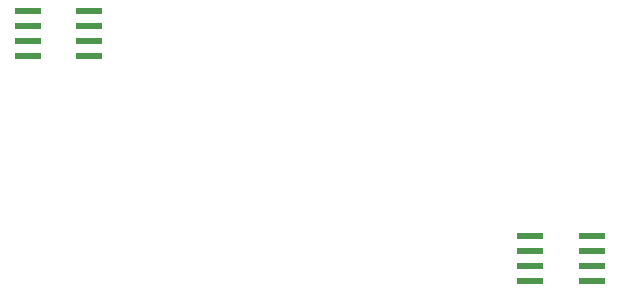
<source format=gbr>
G04 #@! TF.GenerationSoftware,KiCad,Pcbnew,(5.1.9-0-10_14)*
G04 #@! TF.CreationDate,2021-02-25T22:57:31+01:00*
G04 #@! TF.ProjectId,sansamp-gt-2,73616e73-616d-4702-9d67-742d322e6b69,rev?*
G04 #@! TF.SameCoordinates,Original*
G04 #@! TF.FileFunction,Paste,Top*
G04 #@! TF.FilePolarity,Positive*
%FSLAX46Y46*%
G04 Gerber Fmt 4.6, Leading zero omitted, Abs format (unit mm)*
G04 Created by KiCad (PCBNEW (5.1.9-0-10_14)) date 2021-02-25 22:57:31*
%MOMM*%
%LPD*%
G01*
G04 APERTURE LIST*
%ADD10R,2.200000X0.600000*%
G04 APERTURE END LIST*
D10*
X98111000Y-102743000D03*
X98111000Y-101473000D03*
X98111000Y-100203000D03*
X98111000Y-98933000D03*
X103311000Y-98933000D03*
X103311000Y-100203000D03*
X103311000Y-101473000D03*
X103311000Y-102743000D03*
X145856000Y-117983000D03*
X145856000Y-119253000D03*
X145856000Y-120523000D03*
X145856000Y-121793000D03*
X140656000Y-121793000D03*
X140656000Y-120523000D03*
X140656000Y-119253000D03*
X140656000Y-117983000D03*
M02*

</source>
